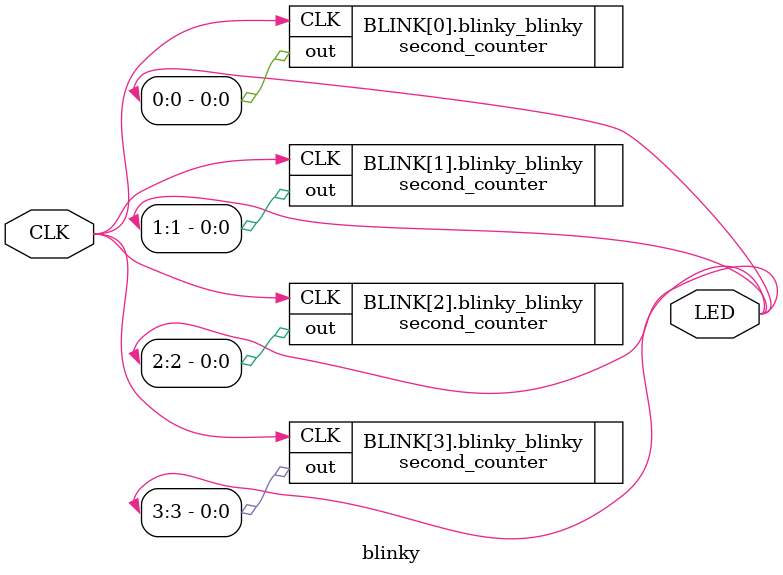
<source format=v>
`timescale 1ns / 1ps
`define CMOD_CLK_FREQ 12000000


module blinky(
    input CLK,
    output [3:0] LED
    );
    
    localparam NUM_LEDS = 4;
    
    generate
        genvar i;
        for (i = 0; i < NUM_LEDS; i = i + 1) begin : BLINK
            second_counter #(.FREQ(`CMOD_CLK_FREQ)) blinky_blinky(.CLK(CLK), .out(LED[i]));
        end
    endgenerate
    
endmodule

</source>
